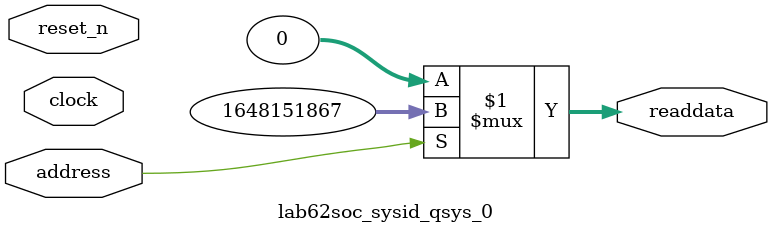
<source format=v>



// synthesis translate_off
`timescale 1ns / 1ps
// synthesis translate_on

// turn off superfluous verilog processor warnings 
// altera message_level Level1 
// altera message_off 10034 10035 10036 10037 10230 10240 10030 

module lab62soc_sysid_qsys_0 (
               // inputs:
                address,
                clock,
                reset_n,

               // outputs:
                readdata
             )
;

  output  [ 31: 0] readdata;
  input            address;
  input            clock;
  input            reset_n;

  wire    [ 31: 0] readdata;
  //control_slave, which is an e_avalon_slave
  assign readdata = address ? 1648151867 : 0;

endmodule



</source>
